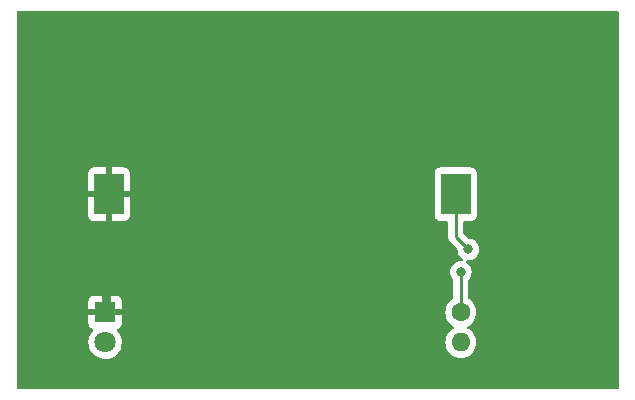
<source format=gbr>
%TF.GenerationSoftware,KiCad,Pcbnew,(6.0.11)*%
%TF.CreationDate,2023-04-20T22:04:15+02:00*%
%TF.ProjectId,NixieTubeSchematic,4e697869-6554-4756-9265-536368656d61,0.1*%
%TF.SameCoordinates,Original*%
%TF.FileFunction,Copper,L2,Bot*%
%TF.FilePolarity,Positive*%
%FSLAX46Y46*%
G04 Gerber Fmt 4.6, Leading zero omitted, Abs format (unit mm)*
G04 Created by KiCad (PCBNEW (6.0.11)) date 2023-04-20 22:04:15*
%MOMM*%
%LPD*%
G01*
G04 APERTURE LIST*
%TA.AperFunction,ComponentPad*%
%ADD10O,1.600000X1.600000*%
%TD*%
%TA.AperFunction,ComponentPad*%
%ADD11C,1.600000*%
%TD*%
%TA.AperFunction,ComponentPad*%
%ADD12C,1.800000*%
%TD*%
%TA.AperFunction,ComponentPad*%
%ADD13R,1.800000X1.800000*%
%TD*%
%TA.AperFunction,SMDPad,CuDef*%
%ADD14R,2.540000X3.510000*%
%TD*%
%TA.AperFunction,ViaPad*%
%ADD15C,0.800000*%
%TD*%
%TA.AperFunction,Conductor*%
%ADD16C,0.250000*%
%TD*%
G04 APERTURE END LIST*
D10*
%TO.P,R1,2*%
%TO.N,/led*%
X158115000Y-114540000D03*
D11*
%TO.P,R1,1*%
%TO.N,VCC*%
X158115000Y-112000000D03*
%TD*%
D12*
%TO.P,D1,2,A*%
%TO.N,/led*%
X128000000Y-114540000D03*
D13*
%TO.P,D1,1,K*%
%TO.N,GND*%
X128000000Y-112000000D03*
%TD*%
D14*
%TO.P,BT1,1,+*%
%TO.N,VCC*%
X157680000Y-102000000D03*
%TO.P,BT1,2,-*%
%TO.N,GND*%
X128320000Y-102000000D03*
%TD*%
D15*
%TO.N,VCC*%
X158115000Y-108585000D03*
X158750000Y-106680000D03*
%TD*%
D16*
%TO.N,VCC*%
X158115000Y-108585000D02*
X158115000Y-112000000D01*
X157680000Y-105610000D02*
X158750000Y-106680000D01*
X157680000Y-102000000D02*
X157680000Y-105610000D01*
%TO.N,GND*%
X128320000Y-111680000D02*
X128000000Y-112000000D01*
X128320000Y-102000000D02*
X128320000Y-111680000D01*
%TD*%
%TA.AperFunction,Conductor*%
%TO.N,GND*%
G36*
X171433621Y-86528502D02*
G01*
X171480114Y-86582158D01*
X171491500Y-86634500D01*
X171491500Y-118365500D01*
X171471498Y-118433621D01*
X171417842Y-118480114D01*
X171365500Y-118491500D01*
X120634500Y-118491500D01*
X120566379Y-118471498D01*
X120519886Y-118417842D01*
X120508500Y-118365500D01*
X120508500Y-114505469D01*
X126587095Y-114505469D01*
X126587392Y-114510622D01*
X126587392Y-114510625D01*
X126593067Y-114609041D01*
X126600427Y-114736697D01*
X126601564Y-114741743D01*
X126601565Y-114741749D01*
X126633741Y-114884523D01*
X126651346Y-114962642D01*
X126653288Y-114967424D01*
X126653289Y-114967428D01*
X126736540Y-115172450D01*
X126738484Y-115177237D01*
X126859501Y-115374719D01*
X127011147Y-115549784D01*
X127189349Y-115697730D01*
X127389322Y-115814584D01*
X127605694Y-115897209D01*
X127610760Y-115898240D01*
X127610761Y-115898240D01*
X127663846Y-115909040D01*
X127832656Y-115943385D01*
X127963324Y-115948176D01*
X128058949Y-115951683D01*
X128058953Y-115951683D01*
X128064113Y-115951872D01*
X128069233Y-115951216D01*
X128069235Y-115951216D01*
X128142270Y-115941860D01*
X128293847Y-115922442D01*
X128298795Y-115920957D01*
X128298802Y-115920956D01*
X128510747Y-115857369D01*
X128515690Y-115855886D01*
X128520565Y-115853498D01*
X128719049Y-115756262D01*
X128719052Y-115756260D01*
X128723684Y-115753991D01*
X128912243Y-115619494D01*
X129076303Y-115456005D01*
X129211458Y-115267917D01*
X129258641Y-115172450D01*
X129311784Y-115064922D01*
X129311785Y-115064920D01*
X129314078Y-115060280D01*
X129381408Y-114838671D01*
X129411640Y-114609041D01*
X129413327Y-114540000D01*
X129407032Y-114463434D01*
X129394773Y-114314318D01*
X129394772Y-114314312D01*
X129394349Y-114309167D01*
X129340822Y-114096067D01*
X129339184Y-114089544D01*
X129339183Y-114089540D01*
X129337925Y-114084533D01*
X129335866Y-114079797D01*
X129247630Y-113876868D01*
X129247628Y-113876865D01*
X129245570Y-113872131D01*
X129119764Y-113677665D01*
X129029486Y-113578450D01*
X128998434Y-113514605D01*
X129006829Y-113444106D01*
X129052005Y-113389338D01*
X129078449Y-113375669D01*
X129138054Y-113353324D01*
X129153649Y-113344786D01*
X129255724Y-113268285D01*
X129268285Y-113255724D01*
X129344786Y-113153649D01*
X129353324Y-113138054D01*
X129398478Y-113017606D01*
X129402105Y-113002351D01*
X129407631Y-112951486D01*
X129408000Y-112944672D01*
X129408000Y-112272115D01*
X129403525Y-112256876D01*
X129402135Y-112255671D01*
X129394452Y-112254000D01*
X126610116Y-112254000D01*
X126594877Y-112258475D01*
X126593672Y-112259865D01*
X126592001Y-112267548D01*
X126592001Y-112944669D01*
X126592371Y-112951490D01*
X126597895Y-113002352D01*
X126601521Y-113017604D01*
X126646676Y-113138054D01*
X126655214Y-113153649D01*
X126731715Y-113255724D01*
X126744276Y-113268285D01*
X126846351Y-113344786D01*
X126861946Y-113353324D01*
X126921540Y-113375665D01*
X126978304Y-113418307D01*
X127003004Y-113484868D01*
X126987796Y-113554217D01*
X126968404Y-113580698D01*
X126901639Y-113650564D01*
X126898725Y-113654836D01*
X126898724Y-113654837D01*
X126883152Y-113677665D01*
X126771119Y-113841899D01*
X126673602Y-114051981D01*
X126611707Y-114275169D01*
X126587095Y-114505469D01*
X120508500Y-114505469D01*
X120508500Y-111727885D01*
X126592000Y-111727885D01*
X126596475Y-111743124D01*
X126597865Y-111744329D01*
X126605548Y-111746000D01*
X127727885Y-111746000D01*
X127743124Y-111741525D01*
X127744329Y-111740135D01*
X127746000Y-111732452D01*
X127746000Y-111727885D01*
X128254000Y-111727885D01*
X128258475Y-111743124D01*
X128259865Y-111744329D01*
X128267548Y-111746000D01*
X129389884Y-111746000D01*
X129405123Y-111741525D01*
X129406328Y-111740135D01*
X129407999Y-111732452D01*
X129407999Y-111055331D01*
X129407629Y-111048510D01*
X129402105Y-110997648D01*
X129398479Y-110982396D01*
X129353324Y-110861946D01*
X129344786Y-110846351D01*
X129268285Y-110744276D01*
X129255724Y-110731715D01*
X129153649Y-110655214D01*
X129138054Y-110646676D01*
X129017606Y-110601522D01*
X129002351Y-110597895D01*
X128951486Y-110592369D01*
X128944672Y-110592000D01*
X128272115Y-110592000D01*
X128256876Y-110596475D01*
X128255671Y-110597865D01*
X128254000Y-110605548D01*
X128254000Y-111727885D01*
X127746000Y-111727885D01*
X127746000Y-110610116D01*
X127741525Y-110594877D01*
X127740135Y-110593672D01*
X127732452Y-110592001D01*
X127055331Y-110592001D01*
X127048510Y-110592371D01*
X126997648Y-110597895D01*
X126982396Y-110601521D01*
X126861946Y-110646676D01*
X126846351Y-110655214D01*
X126744276Y-110731715D01*
X126731715Y-110744276D01*
X126655214Y-110846351D01*
X126646676Y-110861946D01*
X126601522Y-110982394D01*
X126597895Y-110997649D01*
X126592369Y-111048514D01*
X126592000Y-111055328D01*
X126592000Y-111727885D01*
X120508500Y-111727885D01*
X120508500Y-103799669D01*
X126542001Y-103799669D01*
X126542371Y-103806490D01*
X126547895Y-103857352D01*
X126551521Y-103872604D01*
X126596676Y-103993054D01*
X126605214Y-104008649D01*
X126681715Y-104110724D01*
X126694276Y-104123285D01*
X126796351Y-104199786D01*
X126811946Y-104208324D01*
X126932394Y-104253478D01*
X126947649Y-104257105D01*
X126998514Y-104262631D01*
X127005328Y-104263000D01*
X128047885Y-104263000D01*
X128063124Y-104258525D01*
X128064329Y-104257135D01*
X128066000Y-104249452D01*
X128066000Y-104244884D01*
X128574000Y-104244884D01*
X128578475Y-104260123D01*
X128579865Y-104261328D01*
X128587548Y-104262999D01*
X129634669Y-104262999D01*
X129641490Y-104262629D01*
X129692352Y-104257105D01*
X129707604Y-104253479D01*
X129828054Y-104208324D01*
X129843649Y-104199786D01*
X129945724Y-104123285D01*
X129958285Y-104110724D01*
X130034786Y-104008649D01*
X130043324Y-103993054D01*
X130088478Y-103872606D01*
X130092105Y-103857351D01*
X130097631Y-103806486D01*
X130097813Y-103803134D01*
X155901500Y-103803134D01*
X155908255Y-103865316D01*
X155959385Y-104001705D01*
X156046739Y-104118261D01*
X156163295Y-104205615D01*
X156299684Y-104256745D01*
X156361866Y-104263500D01*
X156920500Y-104263500D01*
X156988621Y-104283502D01*
X157035114Y-104337158D01*
X157046500Y-104389500D01*
X157046500Y-105531233D01*
X157045973Y-105542416D01*
X157044298Y-105549909D01*
X157044547Y-105557835D01*
X157044547Y-105557836D01*
X157046438Y-105617986D01*
X157046500Y-105621945D01*
X157046500Y-105649856D01*
X157046997Y-105653790D01*
X157046997Y-105653791D01*
X157047005Y-105653856D01*
X157047938Y-105665693D01*
X157049327Y-105709889D01*
X157054978Y-105729339D01*
X157058987Y-105748700D01*
X157059341Y-105751498D01*
X157061526Y-105768797D01*
X157064445Y-105776168D01*
X157064445Y-105776170D01*
X157077804Y-105809912D01*
X157081649Y-105821142D01*
X157093982Y-105863593D01*
X157098015Y-105870412D01*
X157098017Y-105870417D01*
X157104293Y-105881028D01*
X157112988Y-105898776D01*
X157120448Y-105917617D01*
X157125110Y-105924033D01*
X157125110Y-105924034D01*
X157146436Y-105953387D01*
X157152952Y-105963307D01*
X157175458Y-106001362D01*
X157189779Y-106015683D01*
X157202619Y-106030716D01*
X157214528Y-106047107D01*
X157220634Y-106052158D01*
X157248605Y-106075298D01*
X157257384Y-106083288D01*
X157802878Y-106628782D01*
X157836904Y-106691094D01*
X157839092Y-106704703D01*
X157856458Y-106869928D01*
X157915473Y-107051556D01*
X158010960Y-107216944D01*
X158138747Y-107358866D01*
X158229009Y-107424446D01*
X158262205Y-107448564D01*
X158305559Y-107504787D01*
X158311634Y-107575523D01*
X158278502Y-107638314D01*
X158216682Y-107673226D01*
X158188144Y-107676500D01*
X158019513Y-107676500D01*
X158013061Y-107677872D01*
X158013056Y-107677872D01*
X157958461Y-107689477D01*
X157832712Y-107716206D01*
X157826682Y-107718891D01*
X157826681Y-107718891D01*
X157664278Y-107791197D01*
X157664276Y-107791198D01*
X157658248Y-107793882D01*
X157503747Y-107906134D01*
X157375960Y-108048056D01*
X157280473Y-108213444D01*
X157221458Y-108395072D01*
X157201496Y-108585000D01*
X157221458Y-108774928D01*
X157280473Y-108956556D01*
X157375960Y-109121944D01*
X157449137Y-109203215D01*
X157479853Y-109267221D01*
X157481500Y-109287524D01*
X157481500Y-110780606D01*
X157461498Y-110848727D01*
X157427771Y-110883819D01*
X157275211Y-110990643D01*
X157275208Y-110990645D01*
X157270700Y-110993802D01*
X157108802Y-111155700D01*
X156977477Y-111343251D01*
X156975154Y-111348233D01*
X156975151Y-111348238D01*
X156883039Y-111545775D01*
X156880716Y-111550757D01*
X156879294Y-111556065D01*
X156879293Y-111556067D01*
X156829972Y-111740135D01*
X156821457Y-111771913D01*
X156801502Y-112000000D01*
X156821457Y-112228087D01*
X156822881Y-112233400D01*
X156822881Y-112233402D01*
X156832031Y-112267548D01*
X156880716Y-112449243D01*
X156883039Y-112454224D01*
X156883039Y-112454225D01*
X156975151Y-112651762D01*
X156975154Y-112651767D01*
X156977477Y-112656749D01*
X157108802Y-112844300D01*
X157270700Y-113006198D01*
X157275208Y-113009355D01*
X157275211Y-113009357D01*
X157286989Y-113017604D01*
X157458251Y-113137523D01*
X157463233Y-113139846D01*
X157463238Y-113139849D01*
X157497457Y-113155805D01*
X157550742Y-113202722D01*
X157570203Y-113270999D01*
X157549661Y-113338959D01*
X157497457Y-113384195D01*
X157463238Y-113400151D01*
X157463233Y-113400154D01*
X157458251Y-113402477D01*
X157398799Y-113444106D01*
X157275211Y-113530643D01*
X157275208Y-113530645D01*
X157270700Y-113533802D01*
X157108802Y-113695700D01*
X156977477Y-113883251D01*
X156975154Y-113888233D01*
X156975151Y-113888238D01*
X156900980Y-114047301D01*
X156880716Y-114090757D01*
X156879294Y-114096065D01*
X156879293Y-114096067D01*
X156829927Y-114280301D01*
X156821457Y-114311913D01*
X156801502Y-114540000D01*
X156821457Y-114768087D01*
X156822881Y-114773400D01*
X156822881Y-114773402D01*
X156874871Y-114967428D01*
X156880716Y-114989243D01*
X156883039Y-114994224D01*
X156883039Y-114994225D01*
X156975151Y-115191762D01*
X156975154Y-115191767D01*
X156977477Y-115196749D01*
X156980634Y-115201257D01*
X157099012Y-115370318D01*
X157108802Y-115384300D01*
X157270700Y-115546198D01*
X157275208Y-115549355D01*
X157275211Y-115549357D01*
X157275821Y-115549784D01*
X157458251Y-115677523D01*
X157463233Y-115679846D01*
X157463238Y-115679849D01*
X157622238Y-115753991D01*
X157665757Y-115774284D01*
X157671065Y-115775706D01*
X157671067Y-115775707D01*
X157881598Y-115832119D01*
X157881600Y-115832119D01*
X157886913Y-115833543D01*
X158115000Y-115853498D01*
X158343087Y-115833543D01*
X158348400Y-115832119D01*
X158348402Y-115832119D01*
X158558933Y-115775707D01*
X158558935Y-115775706D01*
X158564243Y-115774284D01*
X158607762Y-115753991D01*
X158766762Y-115679849D01*
X158766767Y-115679846D01*
X158771749Y-115677523D01*
X158954179Y-115549784D01*
X158954789Y-115549357D01*
X158954792Y-115549355D01*
X158959300Y-115546198D01*
X159121198Y-115384300D01*
X159130989Y-115370318D01*
X159249366Y-115201257D01*
X159252523Y-115196749D01*
X159254846Y-115191767D01*
X159254849Y-115191762D01*
X159346961Y-114994225D01*
X159346961Y-114994224D01*
X159349284Y-114989243D01*
X159355130Y-114967428D01*
X159407119Y-114773402D01*
X159407119Y-114773400D01*
X159408543Y-114768087D01*
X159428498Y-114540000D01*
X159408543Y-114311913D01*
X159400073Y-114280301D01*
X159350707Y-114096067D01*
X159350706Y-114096065D01*
X159349284Y-114090757D01*
X159329020Y-114047301D01*
X159254849Y-113888238D01*
X159254846Y-113888233D01*
X159252523Y-113883251D01*
X159121198Y-113695700D01*
X158959300Y-113533802D01*
X158954792Y-113530645D01*
X158954789Y-113530643D01*
X158831201Y-113444106D01*
X158771749Y-113402477D01*
X158766767Y-113400154D01*
X158766762Y-113400151D01*
X158732543Y-113384195D01*
X158679258Y-113337278D01*
X158659797Y-113269001D01*
X158680339Y-113201041D01*
X158732543Y-113155805D01*
X158766762Y-113139849D01*
X158766767Y-113139846D01*
X158771749Y-113137523D01*
X158943011Y-113017604D01*
X158954789Y-113009357D01*
X158954792Y-113009355D01*
X158959300Y-113006198D01*
X159121198Y-112844300D01*
X159252523Y-112656749D01*
X159254846Y-112651767D01*
X159254849Y-112651762D01*
X159346961Y-112454225D01*
X159346961Y-112454224D01*
X159349284Y-112449243D01*
X159397970Y-112267548D01*
X159407119Y-112233402D01*
X159407119Y-112233400D01*
X159408543Y-112228087D01*
X159428498Y-112000000D01*
X159408543Y-111771913D01*
X159400028Y-111740135D01*
X159350707Y-111556067D01*
X159350706Y-111556065D01*
X159349284Y-111550757D01*
X159346961Y-111545775D01*
X159254849Y-111348238D01*
X159254846Y-111348233D01*
X159252523Y-111343251D01*
X159121198Y-111155700D01*
X158959300Y-110993802D01*
X158954792Y-110990645D01*
X158954789Y-110990643D01*
X158802229Y-110883819D01*
X158757901Y-110828362D01*
X158748500Y-110780606D01*
X158748500Y-109287524D01*
X158768502Y-109219403D01*
X158780858Y-109203221D01*
X158854040Y-109121944D01*
X158949527Y-108956556D01*
X159008542Y-108774928D01*
X159028504Y-108585000D01*
X159008542Y-108395072D01*
X158949527Y-108213444D01*
X158854040Y-108048056D01*
X158726253Y-107906134D01*
X158602795Y-107816436D01*
X158559441Y-107760213D01*
X158553366Y-107689477D01*
X158586498Y-107626686D01*
X158648318Y-107591774D01*
X158676856Y-107588500D01*
X158845487Y-107588500D01*
X158851939Y-107587128D01*
X158851944Y-107587128D01*
X158938888Y-107568647D01*
X159032288Y-107548794D01*
X159131130Y-107504787D01*
X159200722Y-107473803D01*
X159200724Y-107473802D01*
X159206752Y-107471118D01*
X159361253Y-107358866D01*
X159489040Y-107216944D01*
X159584527Y-107051556D01*
X159643542Y-106869928D01*
X159663504Y-106680000D01*
X159643542Y-106490072D01*
X159584527Y-106308444D01*
X159489040Y-106143056D01*
X159428031Y-106075298D01*
X159365675Y-106006045D01*
X159365674Y-106006044D01*
X159361253Y-106001134D01*
X159206752Y-105888882D01*
X159200724Y-105886198D01*
X159200722Y-105886197D01*
X159038319Y-105813891D01*
X159038318Y-105813891D01*
X159032288Y-105811206D01*
X158938888Y-105791353D01*
X158851944Y-105772872D01*
X158851939Y-105772872D01*
X158845487Y-105771500D01*
X158789595Y-105771500D01*
X158721474Y-105751498D01*
X158700499Y-105734595D01*
X158350404Y-105384499D01*
X158316379Y-105322187D01*
X158313500Y-105295404D01*
X158313500Y-104389500D01*
X158333502Y-104321379D01*
X158387158Y-104274886D01*
X158439500Y-104263500D01*
X158998134Y-104263500D01*
X159060316Y-104256745D01*
X159196705Y-104205615D01*
X159313261Y-104118261D01*
X159400615Y-104001705D01*
X159451745Y-103865316D01*
X159458500Y-103803134D01*
X159458500Y-100196866D01*
X159451745Y-100134684D01*
X159400615Y-99998295D01*
X159313261Y-99881739D01*
X159196705Y-99794385D01*
X159060316Y-99743255D01*
X158998134Y-99736500D01*
X156361866Y-99736500D01*
X156299684Y-99743255D01*
X156163295Y-99794385D01*
X156046739Y-99881739D01*
X155959385Y-99998295D01*
X155908255Y-100134684D01*
X155901500Y-100196866D01*
X155901500Y-103803134D01*
X130097813Y-103803134D01*
X130098000Y-103799672D01*
X130098000Y-102272115D01*
X130093525Y-102256876D01*
X130092135Y-102255671D01*
X130084452Y-102254000D01*
X128592115Y-102254000D01*
X128576876Y-102258475D01*
X128575671Y-102259865D01*
X128574000Y-102267548D01*
X128574000Y-104244884D01*
X128066000Y-104244884D01*
X128066000Y-102272115D01*
X128061525Y-102256876D01*
X128060135Y-102255671D01*
X128052452Y-102254000D01*
X126560116Y-102254000D01*
X126544877Y-102258475D01*
X126543672Y-102259865D01*
X126542001Y-102267548D01*
X126542001Y-103799669D01*
X120508500Y-103799669D01*
X120508500Y-101727885D01*
X126542000Y-101727885D01*
X126546475Y-101743124D01*
X126547865Y-101744329D01*
X126555548Y-101746000D01*
X128047885Y-101746000D01*
X128063124Y-101741525D01*
X128064329Y-101740135D01*
X128066000Y-101732452D01*
X128066000Y-101727885D01*
X128574000Y-101727885D01*
X128578475Y-101743124D01*
X128579865Y-101744329D01*
X128587548Y-101746000D01*
X130079884Y-101746000D01*
X130095123Y-101741525D01*
X130096328Y-101740135D01*
X130097999Y-101732452D01*
X130097999Y-100200331D01*
X130097629Y-100193510D01*
X130092105Y-100142648D01*
X130088479Y-100127396D01*
X130043324Y-100006946D01*
X130034786Y-99991351D01*
X129958285Y-99889276D01*
X129945724Y-99876715D01*
X129843649Y-99800214D01*
X129828054Y-99791676D01*
X129707606Y-99746522D01*
X129692351Y-99742895D01*
X129641486Y-99737369D01*
X129634672Y-99737000D01*
X128592115Y-99737000D01*
X128576876Y-99741475D01*
X128575671Y-99742865D01*
X128574000Y-99750548D01*
X128574000Y-101727885D01*
X128066000Y-101727885D01*
X128066000Y-99755116D01*
X128061525Y-99739877D01*
X128060135Y-99738672D01*
X128052452Y-99737001D01*
X127005331Y-99737001D01*
X126998510Y-99737371D01*
X126947648Y-99742895D01*
X126932396Y-99746521D01*
X126811946Y-99791676D01*
X126796351Y-99800214D01*
X126694276Y-99876715D01*
X126681715Y-99889276D01*
X126605214Y-99991351D01*
X126596676Y-100006946D01*
X126551522Y-100127394D01*
X126547895Y-100142649D01*
X126542369Y-100193514D01*
X126542000Y-100200328D01*
X126542000Y-101727885D01*
X120508500Y-101727885D01*
X120508500Y-86634500D01*
X120528502Y-86566379D01*
X120582158Y-86519886D01*
X120634500Y-86508500D01*
X171365500Y-86508500D01*
X171433621Y-86528502D01*
G37*
%TD.AperFunction*%
%TD*%
M02*

</source>
